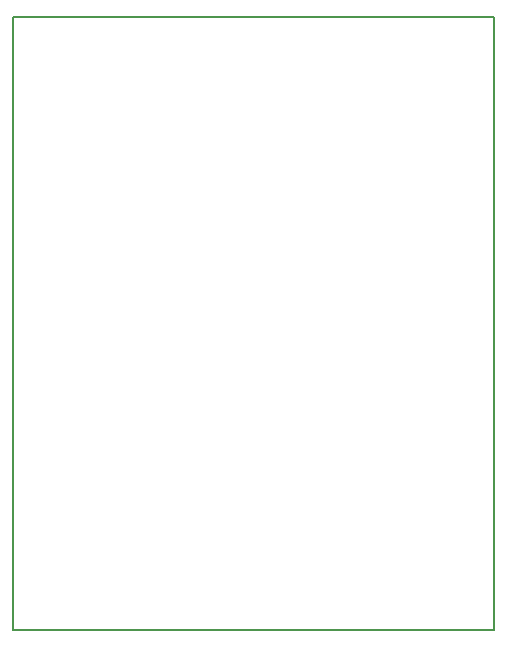
<source format=gbo>
G04 MADE WITH FRITZING*
G04 WWW.FRITZING.ORG*
G04 DOUBLE SIDED*
G04 HOLES PLATED*
G04 CONTOUR ON CENTER OF CONTOUR VECTOR*
%ASAXBY*%
%FSLAX23Y23*%
%MOIN*%
%OFA0B0*%
%SFA1.0B1.0*%
%ADD10R,1.608570X2.053140X1.592570X2.037140*%
%ADD11C,0.008000*%
%LNSILK0*%
G90*
G70*
G54D11*
X4Y2049D02*
X1605Y2049D01*
X1605Y4D01*
X4Y4D01*
X4Y2049D01*
D02*
G04 End of Silk0*
M02*
</source>
